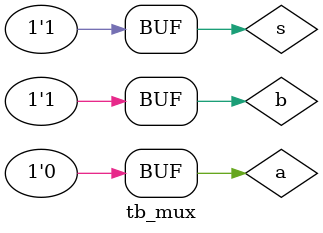
<source format=v>
module tb_mux;
reg a,b,s;
wire y;

mux uut(
  .a(a),.b(b),.s(s),.y(y)
);
initial begin
a=0;b=1;s=0;#10;
a=0;b=1;s=1;#10;
end
initial begin
$dumpfile("mux.vcd");
$dumpvars(0,tb_mux);
end 
endmodule
</source>
